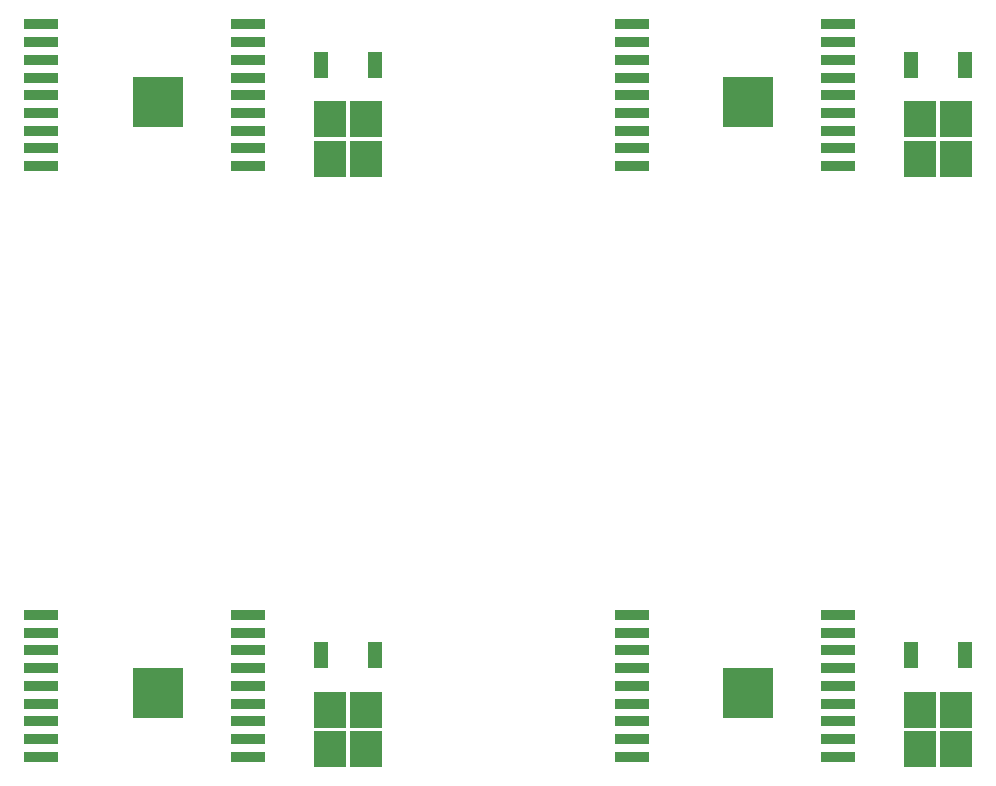
<source format=gtp>
G04 #@! TF.GenerationSoftware,KiCad,Pcbnew,(5.1.5)-3*
G04 #@! TF.CreationDate,2021-05-27T15:59:12+09:00*
G04 #@! TF.ProjectId,MyESP-WROOM-02(Mentsuke2x2),4d794553-502d-4575-924f-4f4d2d303228,rev?*
G04 #@! TF.SameCoordinates,Original*
G04 #@! TF.FileFunction,Paste,Top*
G04 #@! TF.FilePolarity,Positive*
%FSLAX46Y46*%
G04 Gerber Fmt 4.6, Leading zero omitted, Abs format (unit mm)*
G04 Created by KiCad (PCBNEW (5.1.5)-3) date 2021-05-27 15:59:12*
%MOMM*%
%LPD*%
G04 APERTURE LIST*
%ADD10R,2.750000X3.050000*%
%ADD11R,1.200000X2.200000*%
%ADD12R,4.300000X4.300000*%
%ADD13R,3.000000X0.912500*%
G04 APERTURE END LIST*
D10*
X110675000Y-85525000D03*
X113725000Y-88875000D03*
X113725000Y-85525000D03*
X110675000Y-88875000D03*
D11*
X109920000Y-80900000D03*
X114480000Y-80900000D03*
D12*
X96120000Y-84080000D03*
D13*
X86262500Y-77500000D03*
X86262500Y-79000000D03*
X86262500Y-80500000D03*
X86262500Y-82000000D03*
X86262500Y-83500000D03*
X86262500Y-85000000D03*
X86262500Y-86500000D03*
X86262500Y-88000000D03*
X86262500Y-89500000D03*
X103737500Y-89500000D03*
X103737500Y-88000000D03*
X103737500Y-86500000D03*
X103737500Y-85000000D03*
X103737500Y-83500000D03*
X103737500Y-82000000D03*
X103737500Y-80500000D03*
X103737500Y-79000000D03*
X103737500Y-77500000D03*
X53737500Y-77500000D03*
X53737500Y-79000000D03*
X53737500Y-80500000D03*
X53737500Y-82000000D03*
X53737500Y-83500000D03*
X53737500Y-85000000D03*
X53737500Y-86500000D03*
X53737500Y-88000000D03*
X53737500Y-89500000D03*
X36262500Y-89500000D03*
X36262500Y-88000000D03*
X36262500Y-86500000D03*
X36262500Y-85000000D03*
X36262500Y-83500000D03*
X36262500Y-82000000D03*
X36262500Y-80500000D03*
X36262500Y-79000000D03*
X36262500Y-77500000D03*
D12*
X46120000Y-84080000D03*
D11*
X64480000Y-80900000D03*
X59920000Y-80900000D03*
D10*
X60675000Y-88875000D03*
X63725000Y-85525000D03*
X63725000Y-88875000D03*
X60675000Y-85525000D03*
X110675000Y-35525000D03*
X113725000Y-38875000D03*
X113725000Y-35525000D03*
X110675000Y-38875000D03*
D11*
X109920000Y-30900000D03*
X114480000Y-30900000D03*
D12*
X96120000Y-34080000D03*
D13*
X86262500Y-27500000D03*
X86262500Y-29000000D03*
X86262500Y-30500000D03*
X86262500Y-32000000D03*
X86262500Y-33500000D03*
X86262500Y-35000000D03*
X86262500Y-36500000D03*
X86262500Y-38000000D03*
X86262500Y-39500000D03*
X103737500Y-39500000D03*
X103737500Y-38000000D03*
X103737500Y-36500000D03*
X103737500Y-35000000D03*
X103737500Y-33500000D03*
X103737500Y-32000000D03*
X103737500Y-30500000D03*
X103737500Y-29000000D03*
X103737500Y-27500000D03*
D11*
X64480000Y-30900000D03*
X59920000Y-30900000D03*
D10*
X60675000Y-38875000D03*
X63725000Y-35525000D03*
X63725000Y-38875000D03*
X60675000Y-35525000D03*
D13*
X53737500Y-27500000D03*
X53737500Y-29000000D03*
X53737500Y-30500000D03*
X53737500Y-32000000D03*
X53737500Y-33500000D03*
X53737500Y-35000000D03*
X53737500Y-36500000D03*
X53737500Y-38000000D03*
X53737500Y-39500000D03*
X36262500Y-39500000D03*
X36262500Y-38000000D03*
X36262500Y-36500000D03*
X36262500Y-35000000D03*
X36262500Y-33500000D03*
X36262500Y-32000000D03*
X36262500Y-30500000D03*
X36262500Y-29000000D03*
X36262500Y-27500000D03*
D12*
X46120000Y-34080000D03*
M02*

</source>
